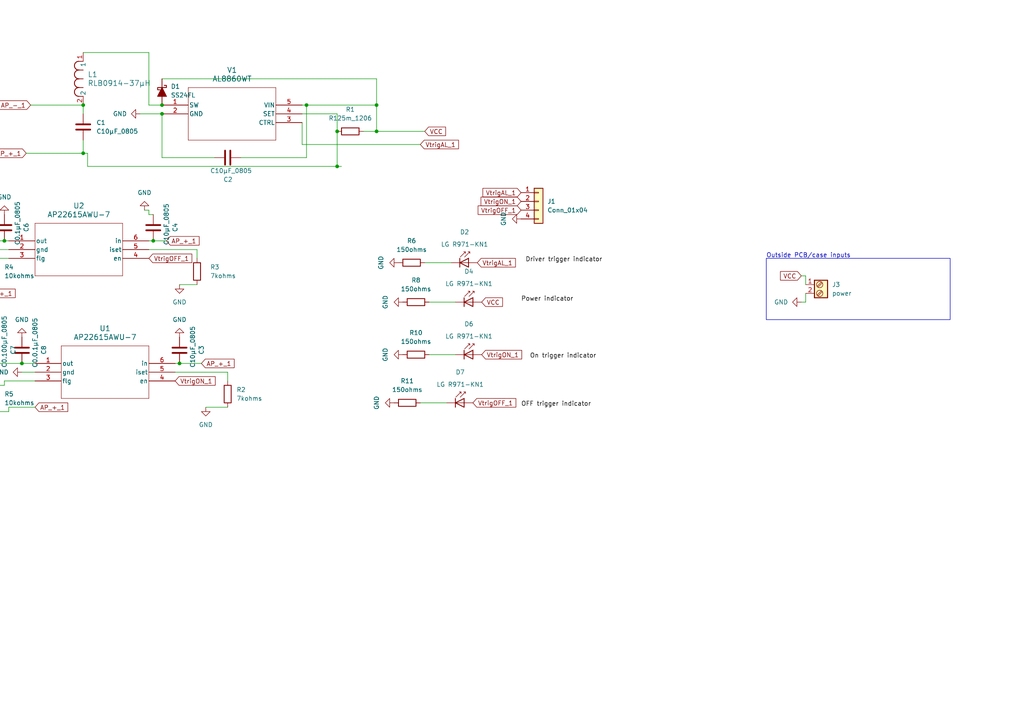
<source format=kicad_sch>
(kicad_sch (version 20230121) (generator eeschema)
  (paper "A4")
  (lib_symbols
    (symbol "2024-01-15_21-54-42:AL8860WT-7" (pin_names (offset 0.254))
      (property "Reference" "U" (at 20.32 10.16 0))
      (property "Value" "AL8860WT-7" (at 20.32 7.62 0))
      (symbol "AL8860WT-7_0_1"
        (polyline (pts (xy 7.62 -10.16) (xy 33.02 -10.16)) (stroke (width 0.127)))
        (polyline (pts (xy 7.62 5.08) (xy 7.62 -10.16)) (stroke (width 0.127)))
        (polyline (pts (xy 33.02 -10.16) (xy 33.02 5.08)) (stroke (width 0.127)))
        (polyline (pts (xy 33.02 5.08) (xy 7.62 5.08)) (stroke (width 0.127)))
        (pin output line (at 0 0 0) (length 7.62) (name "SW") (number "1"))
        (pin power_out line (at 0 -2.54 0) (length 7.62) (name "GND") (number "2"))
        (pin bidirectional line (at 40.64 -5.08 180) (length 7.62) (name "CTRL") (number "3"))
        (pin unspecified line (at 40.64 -2.54 180) (length 7.62) (name "SET") (number "4"))
        (pin power_in line (at 40.64 0 180) (length 7.62) (name "VIN") (number "5"))
      )
    )
    (symbol "2024-10-02_18-40-03:527460871" (pin_names (offset 0.254))
      (property "Reference" "J" (at 8.89 6.35 0))
      (property "Value" "527460871" (at 0 0 0))
      (symbol "527460871_1_1"
        (polyline (pts (xy 5.08 -25.4) (xy 12.7 -25.4)) (stroke (width 0.127)))
        (polyline (pts (xy 5.08 2.54) (xy 5.08 -25.4)) (stroke (width 0.127)))
        (polyline (pts (xy 10.16 -22.86) (xy 5.08 -22.86)) (stroke (width 0.127)))
        (polyline (pts (xy 10.16 -22.86) (xy 8.89 -23.7067)) (stroke (width 0.127)))
        (polyline (pts (xy 10.16 -22.86) (xy 8.89 -22.0133)) (stroke (width 0.127)))
        (polyline (pts (xy 10.16 -20.32) (xy 5.08 -20.32)) (stroke (width 0.127)))
        (polyline (pts (xy 10.16 -20.32) (xy 8.89 -21.1667)) (stroke (width 0.127)))
        (polyline (pts (xy 10.16 -20.32) (xy 8.89 -19.4733)) (stroke (width 0.127)))
        (polyline (pts (xy 10.16 -17.78) (xy 5.08 -17.78)) (stroke (width 0.127)))
        (polyline (pts (xy 10.16 -17.78) (xy 8.89 -18.6267)) (stroke (width 0.127)))
        (polyline (pts (xy 10.16 -17.78) (xy 8.89 -16.9333)) (stroke (width 0.127)))
        (polyline (pts (xy 10.16 -15.24) (xy 5.08 -15.24)) (stroke (width 0.127)))
        (polyline (pts (xy 10.16 -15.24) (xy 8.89 -16.0867)) (stroke (width 0.127)))
        (polyline (pts (xy 10.16 -15.24) (xy 8.89 -14.3933)) (stroke (width 0.127)))
        (polyline (pts (xy 10.16 -12.7) (xy 5.08 -12.7)) (stroke (width 0.127)))
        (polyline (pts (xy 10.16 -12.7) (xy 8.89 -13.5467)) (stroke (width 0.127)))
        (polyline (pts (xy 10.16 -12.7) (xy 8.89 -11.8533)) (stroke (width 0.127)))
        (polyline (pts (xy 10.16 -10.16) (xy 5.08 -10.16)) (stroke (width 0.127)))
        (polyline (pts (xy 10.16 -10.16) (xy 8.89 -11.0067)) (stroke (width 0.127)))
        (polyline (pts (xy 10.16 -10.16) (xy 8.89 -9.3133)) (stroke (width 0.127)))
        (polyline (pts (xy 10.16 -7.62) (xy 5.08 -7.62)) (stroke (width 0.127)))
        (polyline (pts (xy 10.16 -7.62) (xy 8.89 -8.4667)) (stroke (width 0.127)))
        (polyline (pts (xy 10.16 -7.62) (xy 8.89 -6.7733)) (stroke (width 0.127)))
        (polyline (pts (xy 10.16 -5.08) (xy 5.08 -5.08)) (stroke (width 0.127)))
        (polyline (pts (xy 10.16 -5.08) (xy 8.89 -5.9267)) (stroke (width 0.127)))
        (polyline (pts (xy 10.16 -5.08) (xy 8.89 -4.2333)) (stroke (width 0.127)))
        (polyline (pts (xy 10.16 -2.54) (xy 5.08 -2.54)) (stroke (width 0.127)))
        (polyline (pts (xy 10.16 -2.54) (xy 8.89 -3.3867)) (stroke (width 0.127)))
        (polyline (pts (xy 10.16 -2.54) (xy 8.89 -1.6933)) (stroke (width 0.127)))
        (polyline (pts (xy 10.16 0) (xy 5.08 0)) (stroke (width 0.127)))
        (polyline (pts (xy 10.16 0) (xy 8.89 -0.8467)) (stroke (width 0.127)))
        (polyline (pts (xy 10.16 0) (xy 8.89 0.8467)) (stroke (width 0.127)))
        (polyline (pts (xy 12.7 -25.4) (xy 12.7 2.54)) (stroke (width 0.127)))
        (polyline (pts (xy 12.7 2.54) (xy 5.08 2.54)) (stroke (width 0.127)))
        (pin unspecified line (at 0 0 0) (length 5.08) (name "1") (number "1"))
        (pin unspecified line (at 0 -2.54 0) (length 5.08) (name "2") (number "2"))
        (pin unspecified line (at 0 -5.08 0) (length 5.08) (name "3") (number "3"))
        (pin unspecified line (at 0 -7.62 0) (length 5.08) (name "4") (number "4"))
        (pin unspecified line (at 0 -10.16 0) (length 5.08) (name "5") (number "5"))
        (pin unspecified line (at 0 -12.7 0) (length 5.08) (name "6") (number "6"))
        (pin unspecified line (at 0 -15.24 0) (length 5.08) (name "7") (number "7"))
        (pin unspecified line (at 0 -17.78 0) (length 5.08) (name "8") (number "8"))
        (pin unspecified line (at 0 -20.32 0) (length 5.08) (name "P1") (number "P1"))
        (pin unspecified line (at 0 -22.86 0) (length 5.08) (name "P2") (number "P2"))
      )
      (symbol "527460871_1_2"
        (polyline (pts (xy 5.08 -25.4) (xy 12.7 -25.4)) (stroke (width 0.127)))
        (polyline (pts (xy 5.08 2.54) (xy 5.08 -25.4)) (stroke (width 0.127)))
        (polyline (pts (xy 7.62 -22.86) (xy 5.08 -22.86)) (stroke (width 0.127)))
        (polyline (pts (xy 7.62 -22.86) (xy 8.89 -23.7067)) (stroke (width 0.127)))
        (polyline (pts (xy 7.62 -22.86) (xy 8.89 -22.0133)) (stroke (width 0.127)))
        (polyline (pts (xy 7.62 -20.32) (xy 5.08 -20.32)) (stroke (width 0.127)))
        (polyline (pts (xy 7.62 -20.32) (xy 8.89 -21.1667)) (stroke (width 0.127)))
        (polyline (pts (xy 7.62 -20.32) (xy 8.89 -19.4733)) (stroke (width 0.127)))
        (polyline (pts (xy 7.62 -17.78) (xy 5.08 -17.78)) (stroke (width 0.127)))
        (polyline (pts (xy 7.62 -17.78) (xy 8.89 -18.6267)) (stroke (width 0.127)))
        (polyline (pts (xy 7.62 -17.78) (xy 8.89 -16.9333)) (stroke (width 0.127)))
        (polyline (pts (xy 7.62 -15.24) (xy 5.08 -15.24)) (stroke (width 0.127)))
        (polyline (pts (xy 7.62 -15.24) (xy 8.89 -16.0867)) (stroke (width 0.127)))
        (polyline (pts (xy 7.62 -15.24) (xy 8.89 -14.3933)) (stroke (width 0.127)))
        (polyline (pts (xy 7.62 -12.7) (xy 5.08 -12.7)) (stroke (width 0.127)))
        (polyline (pts (xy 7.62 -12.7) (xy 8.89 -13.5467)) (stroke (width 0.127)))
        (polyline (pts (xy 7.62 -12.7) (xy 8.89 -11.8533)) (stroke (width 0.127)))
        (polyline (pts (xy 7.62 -10.16) (xy 5.08 -10.16)) (stroke (width 0.127)))
        (polyline (pts (xy 7.62 -10.16) (xy 8.89 -11.0067)) (stroke (width 0.127)))
        (polyline (pts (xy 7.62 -10.16) (xy 8.89 -9.3133)) (stroke (width 0.127)))
        (polyline (pts (xy 7.62 -7.62) (xy 5.08 -7.62)) (stroke (width 0.127)))
        (polyline (pts (xy 7.62 -7.62) (xy 8.89 -8.4667)) (stroke (width 0.127)))
        (polyline (pts (xy 7.62 -7.62) (xy 8.89 -6.7733)) (stroke (width 0.127)))
        (polyline (pts (xy 7.62 -5.08) (xy 5.08 -5.08)) (stroke (width 0.127)))
        (polyline (pts (xy 7.62 -5.08) (xy 8.89 -5.9267)) (stroke (width 0.127)))
        (polyline (pts (xy 7.62 -5.08) (xy 8.89 -4.2333)) (stroke (width 0.127)))
        (polyline (pts (xy 7.62 -2.54) (xy 5.08 -2.54)) (stroke (width 0.127)))
        (polyline (pts (xy 7.62 -2.54) (xy 8.89 -3.3867)) (stroke (width 0.127)))
        (polyline (pts (xy 7.62 -2.54) (xy 8.89 -1.6933)) (stroke (width 0.127)))
        (polyline (pts (xy 7.62 0) (xy 5.08 0)) (stroke (width 0.127)))
        (polyline (pts (xy 7.62 0) (xy 8.89 -0.8467)) (stroke (width 0.127)))
        (polyline (pts (xy 7.62 0) (xy 8.89 0.8467)) (stroke (width 0.127)))
        (polyline (pts (xy 12.7 -25.4) (xy 12.7 2.54)) (stroke (width 0.127)))
        (polyline (pts (xy 12.7 2.54) (xy 5.08 2.54)) (stroke (width 0.127)))
        (pin unspecified line (at 0 0 0) (length 5.08) (name "1") (number "1"))
        (pin unspecified line (at 0 -2.54 0) (length 5.08) (name "2") (number "2"))
        (pin unspecified line (at 0 -5.08 0) (length 5.08) (name "3") (number "3"))
        (pin unspecified line (at 0 -7.62 0) (length 5.08) (name "4") (number "4"))
        (pin unspecified line (at 0 -10.16 0) (length 5.08) (name "5") (number "5"))
        (pin unspecified line (at 0 -12.7 0) (length 5.08) (name "6") (number "6"))
        (pin unspecified line (at 0 -15.24 0) (length 5.08) (name "7") (number "7"))
        (pin unspecified line (at 0 -17.78 0) (length 5.08) (name "8") (number "8"))
        (pin unspecified line (at 0 -20.32 0) (length 5.08) (name "P1") (number "P1"))
        (pin unspecified line (at 0 -22.86 0) (length 5.08) (name "P2") (number "P2"))
      )
    )
    (symbol "Connector_Generic:Conn_01x04" (pin_names (offset 1.016) hide)
      (property "Reference" "J" (at 0 5.08 0))
      (property "Value" "Conn_01x04" (at 0 -7.62 0))
      (symbol "Conn_01x04_1_1"
        (rectangle (start -1.27 -4.953) (end 0 -5.207) (stroke (width 0.1524)))
        (rectangle (start -1.27 -2.413) (end 0 -2.667) (stroke (width 0.1524)))
        (rectangle (start -1.27 0.127) (end 0 -0.127) (stroke (width 0.1524)))
        (rectangle (start -1.27 2.667) (end 0 2.413) (stroke (width 0.1524)))
        (rectangle (start -1.27 3.81) (end 1.27 -6.35) (stroke (width 0.254)) (fill (type background)))
        (pin passive line (at -5.08 2.54 0) (length 3.81) (name "Pin_1") (number "1"))
        (pin passive line (at -5.08 0 0) (length 3.81) (name "Pin_2") (number "2"))
        (pin passive line (at -5.08 -2.54 0) (length 3.81) (name "Pin_3") (number "3"))
        (pin passive line (at -5.08 -5.08 0) (length 3.81) (name "Pin_4") (number "4"))
      )
    )
    (symbol "Connector_Generic:Conn_01x08" (pin_names (offset 1.016) hide)
      (property "Reference" "J" (at 0 10.16 0))
      (property "Value" "Conn_01x08" (at 0 -12.7 0))
      (symbol "Conn_01x08_1_1"
        (rectangle (start -1.27 -10.033) (end 0 -10.287) (stroke (width 0.1524)))
        (rectangle (start -1.27 -7.493) (end 0 -7.747) (stroke (width 0.1524)))
        (rectangle (start -1.27 -4.953) (end 0 -5.207) (stroke (width 0.1524)))
        (rectangle (start -1.27 -2.413) (end 0 -2.667) (stroke (width 0.1524)))
        (rectangle (start -1.27 0.127) (end 0 -0.127) (stroke (width 0.1524)))
        (rectangle (start -1.27 2.667) (end 0 2.413) (stroke (width 0.1524)))
        (rectangle (start -1.27 5.207) (end 0 4.953) (stroke (width 0.1524)))
        (rectangle (start -1.27 7.747) (end 0 7.493) (stroke (width 0.1524)))
        (rectangle (start -1.27 8.89) (end 1.27 -11.43) (stroke (width 0.254)) (fill (type background)))
        (pin passive line (at -5.08 7.62 0) (length 3.81) (name "Pin_1") (number "1"))
        (pin passive line (at -5.08 5.08 0) (length 3.81) (name "Pin_2") (number "2"))
        (pin passive line (at -5.08 2.54 0) (length 3.81) (name "Pin_3") (number "3"))
        (pin passive line (at -5.08 0 0) (length 3.81) (name "Pin_4") (number "4"))
        (pin passive line (at -5.08 -2.54 0) (length 3.81) (name "Pin_5") (number "5"))
        (pin passive line (at -5.08 -5.08 0) (length 3.81) (name "Pin_6") (number "6"))
        (pin passive line (at -5.08 -7.62 0) (length 3.81) (name "Pin_7") (number "7"))
        (pin passive line (at -5.08 -10.16 0) (length 3.81) (name "Pin_8") (number "8"))
      )
    )
    (symbol "LED:TSAL4400" (pin_numbers hide) (pin_names (offset 1.016) hide)
      (property "Reference" "D" (at 0.508 1.778 0))
      (property "Value" "TSAL4400" (at -1.016 -2.794 0))
      (symbol "TSAL4400_0_1"
        (polyline (pts (xy -2.54 1.27) (xy -2.54 -1.27)) (stroke (width 0.254)))
        (polyline (pts (xy 0 0) (xy -2.54 0)))
        (polyline (pts (xy 0.381 3.175) (xy -0.127 3.175)))
        (polyline (pts (xy -1.143 1.651) (xy 0.381 3.175) (xy 0.381 2.667)))
        (polyline (pts (xy 0 1.27) (xy -2.54 0) (xy 0 -1.27) (xy 0 1.27)) (stroke (width 0.254)))
        (polyline (pts (xy -2.413 1.651) (xy -0.889 3.175) (xy -0.889 2.667) (xy -0.889 3.175) (xy -1.397 3.175)))
      )
      (symbol "TSAL4400_1_1"
        (pin passive line (at -5.08 0 0) (length 2.54) (name "K") (number "1"))
        (pin passive line (at 2.54 0 180) (length 2.54) (name "A") (number "2"))
      )
    )
    (symbol "PCM_Capacitor_AKL:C_0805" (pin_numbers hide) (pin_names (offset 0.254))
      (property "Reference" "C" (at 0.635 2.54 0))
      (property "Value" "C_0805" (at 0.635 -2.54 0))
      (symbol "C_0805_0_1"
        (polyline (pts (xy -2.032 -0.762) (xy 2.032 -0.762)) (stroke (width 0.508)))
        (polyline (pts (xy -2.032 0.762) (xy 2.032 0.762)) (stroke (width 0.508)))
      )
      (symbol "C_0805_1_1"
        (pin passive line (at 0 3.81 270) (length 2.794) (name "~") (number "1"))
        (pin passive line (at 0 -3.81 90) (length 2.794) (name "~") (number "2"))
      )
    )
    (symbol "PCM_Diode_Schottky_AKL:SS24FL" (pin_numbers hide) (pin_names (offset 1.016) hide)
      (property "Reference" "D" (at 0 5.08 0))
      (property "Value" "SS24FL" (at 0 2.54 0))
      (symbol "SS24FL_0_1"
        (polyline (pts (xy -1.27 0) (xy 1.27 0)))
        (polyline (pts (xy -1.27 -1.27) (xy -1.27 1.27) (xy 1.27 0) (xy -1.27 -1.27)) (stroke (width 0.254)) (fill (type outline)))
        (polyline (pts (xy 1.905 -0.635) (xy 1.905 -1.27) (xy 1.27 -1.27) (xy 1.27 1.27) (xy 0.635 1.27) (xy 0.635 0.635)) (stroke (width 0.254)))
      )
      (symbol "SS24FL_1_1"
        (pin passive line (at 3.81 0 180) (length 2.54) (name "K") (number "1"))
        (pin passive line (at -3.81 0 0) (length 2.54) (name "A") (number "2"))
      )
    )
    (symbol "PCM_Resistor_AKL:R_1206" (pin_numbers hide) (pin_names (offset 0))
      (property "Reference" "R" (at 2.54 1.27 0))
      (property "Value" "R_1206" (at 2.54 -1.27 0))
      (symbol "R_1206_0_1"
        (rectangle (start -1.016 -2.54) (end 1.016 2.54) (stroke (width 0.254)))
      )
      (symbol "R_1206_1_1"
        (pin passive line (at 0 3.81 270) (length 1.27) (name "~") (number "1"))
        (pin passive line (at 0 -3.81 90) (length 1.27) (name "~") (number "2"))
      )
    )
    (symbol "PCM_SL_Screw_Terminal:Screw_Terminal_2_P5.00mm"
      (property "Reference" "J" (at 0 3.81 0))
      (property "Value" "Screw_Terminal_2_P5.00mm" (at 0 -3.81 0))
      (symbol "Screw_Terminal_2_P5.00mm_0_1"
        (rectangle (start -1.27 2.54) (end 2.54 -2.54) (stroke (width 0.3)) (fill (type background)))
        (polyline (pts (xy -0.254 -2.032) (xy 1.016 -0.762)))
        (polyline (pts (xy -0.254 0.508) (xy 1.016 1.778)))
        (polyline (pts (xy 0 -1.27) (xy -0.508 -1.778) (xy 0.762 -0.508)))
        (polyline (pts (xy 0 1.27) (xy -0.508 0.762) (xy 0.762 2.032)))
        (circle (center 0.254 -1.27) (radius 0.9158))
        (circle (center 0.254 1.27) (radius 0.9158))
      )
      (symbol "Screw_Terminal_2_P5.00mm_1_1"
        (pin passive line (at -3.81 1.27 0) (length 2.54) (name "") (number "1"))
        (pin passive line (at -3.81 -1.27 0) (length 2.54) (name "") (number "2"))
      )
    )
    (symbol "Powerswitch:AP22615AWU-7" (pin_names (offset 0.254))
      (property "Reference" "U" (at 20.32 10.16 0))
      (property "Value" "AP22615AWU-7" (at 20.32 7.62 0))
      (symbol "AP22615AWU-7_0_1"
        (polyline (pts (xy 7.62 -10.16) (xy 33.02 -10.16)) (stroke (width 0.127)))
        (polyline (pts (xy 7.62 5.08) (xy 7.62 -10.16)) (stroke (width 0.127)))
        (polyline (pts (xy 33.02 -10.16) (xy 33.02 5.08)) (stroke (width 0.127)))
        (polyline (pts (xy 33.02 5.08) (xy 7.62 5.08)) (stroke (width 0.127)))
        (pin output line (at 0 0 0) (length 7.62) (name "out") (number "1"))
        (pin power_out line (at 0 -2.54 0) (length 7.62) (name "gnd") (number "2"))
        (pin unspecified line (at 0 -5.08 0) (length 7.62) (name "flg") (number "3"))
        (pin input line (at 40.64 -5.08 180) (length 7.62) (name "en") (number "4"))
        (pin unspecified line (at 40.64 -2.54 180) (length 7.62) (name "iset") (number "5"))
        (pin input line (at 40.64 0 180) (length 7.62) (name "in") (number "6"))
      )
    )
    (symbol "RBL:RLB0914-220KL" (pin_names (offset 0.254))
      (property "Reference" "L" (at 6.985 5.08 0))
      (property "Value" "RLB0914-220KL" (at 6.985 -2.54 0))
      (symbol "RLB0914-220KL_1_1"
        (polyline (pts (xy 2.54 0) (xy 2.54 1.27)) (stroke (width 0.2032)))
        (polyline (pts (xy 5.08 0) (xy 5.08 1.27)) (stroke (width 0.2032)))
        (polyline (pts (xy 7.62 0) (xy 7.62 1.27)) (stroke (width 0.2032)))
        (polyline (pts (xy 10.16 0) (xy 10.16 1.27)) (stroke (width 0.2032)))
        (polyline (pts (xy 12.7 0) (xy 12.7 1.27)) (stroke (width 0.2032)))
        (arc (start 5.08 1.27) (mid 3.81 2.5345) (end 2.54 1.27) (stroke (width 0.254)))
        (arc (start 7.62 1.27) (mid 6.35 2.5345) (end 5.08 1.27) (stroke (width 0.254)))
        (arc (start 10.16 1.27) (mid 8.89 2.5345) (end 7.62 1.27) (stroke (width 0.254)))
        (arc (start 12.7 1.27) (mid 11.43 2.5345) (end 10.16 1.27) (stroke (width 0.254)))
        (pin unspecified line (at 15.24 0 180) (length 2.54) (name "1") (number "1"))
        (pin unspecified line (at 0 0 0) (length 2.54) (name "2") (number "2"))
      )
      (symbol "RLB0914-220KL_1_2"
        (arc (start -1.27 5.08) (mid -2.5345 3.81) (end -1.27 2.54) (stroke (width 0.254)))
        (arc (start -1.27 7.62) (mid -2.5345 6.35) (end -1.27 5.08) (stroke (width 0.254)))
        (arc (start -1.27 10.16) (mid -2.5345 8.89) (end -1.27 7.62) (stroke (width 0.254)))
        (arc (start -1.27 12.7) (mid -2.5345 11.43) (end -1.27 10.16) (stroke (width 0.254)))
        (polyline (pts (xy 0 2.54) (xy -1.27 2.54)) (stroke (width 0.2032)))
        (polyline (pts (xy 0 5.08) (xy -1.27 5.08)) (stroke (width 0.2032)))
        (polyline (pts (xy 0 7.62) (xy -1.27 7.62)) (stroke (width 0.2032)))
        (polyline (pts (xy 0 10.16) (xy -1.27 10.16)) (stroke (width 0.2032)))
        (polyline (pts (xy 0 12.7) (xy -1.27 12.7)) (stroke (width 0.2032)))
        (pin unspecified line (at 0 15.24 270) (length 2.54) (name "1") (number "1"))
        (pin unspecified line (at 0 0 90) (length 2.54) (name "2") (number "2"))
      )
    )
    (symbol "power:GND" (power) (pin_names (offset 0))
      (property "Value" "GND" (at 0 -3.81 0))
      (symbol "GND_0_1"
        (polyline (pts (xy 0 0) (xy 0 -1.27) (xy 1.27 -1.27) (xy 0 -2.54) (xy -1.27 -1.27) (xy 0 -1.27)))
      )
      (symbol "GND_1_1"
        (pin power_in line (at 0 0 270) (length 0) hide (name "GND") (number "1"))
      )
    )
  )
  (junction (at 1.27 69.85))
  (junction (at -2.54 105.41))
  (junction (at -45.72 57.15))
  (junction (at -45.72 49.53))
  (junction (at 52.07 105.41))
  (junction (at 24.13 44.45))
  (junction (at -45.72 64.77))
  (junction (at -45.72 59.69))
  (junction (at 6.35 105.41))
  (junction (at -45.72 52.07))
  (junction (at -45.72 62.23))
  (junction (at 46.99 33.02))
  (junction (at 109.22 38.1))
  (junction (at 24.13 30.48))
  (junction (at 97.79 48.26))
  (junction (at 44.45 69.85))
  (junction (at 88.9 30.48))
  (junction (at 46.99 30.48))
  (junction (at 109.22 30.48))
  (junction (at -45.72 54.61))
  (junction (at 97.79 38.1))
  (junction (at -7.62 69.85))
  (wire (pts (xy 58.42 105.41) (xy 52.07 105.41)))
  (wire (pts (xy -2.54 105.41) (xy 6.35 105.41)))
  (wire (pts (xy 88.9 30.48) (xy 109.22 30.48)))
  (wire (pts (xy 99.06 48.26) (xy 97.79 48.26)))
  (wire (pts (xy 25.4 44.45) (xy 24.13 44.45)))
  (wire (pts (xy 109.22 22.86) (xy 109.22 30.48)))
  (wire (pts (xy -45.72 52.07) (xy -45.72 49.53)))
  (wire (pts (xy 109.22 38.1) (xy 123.19 38.1)))
  (wire (pts (xy -1.27 119.38) (xy 2.54 119.38)))
  (wire (pts (xy -7.62 105.41) (xy -2.54 105.41)))
  (wire (pts (xy -45.72 64.77) (xy -45.72 62.23)))
  (wire (pts (xy 43.18 30.48) (xy 46.99 30.48)))
  (wire (pts (xy 121.92 41.91) (xy 87.63 41.91)))
  (wire (pts (xy 124.46 102.87) (xy 132.08 102.87)))
  (wire (pts (xy 109.22 30.48) (xy 109.22 38.1)))
  (wire (pts (xy 24.13 33.02) (xy 24.13 30.48)))
  (wire (pts (xy 24.13 15.24) (xy 43.18 15.24)))
  (wire (pts (xy 87.63 30.48) (xy 88.9 30.48)))
  (wire (pts (xy -45.72 67.31) (xy -45.72 64.77)))
  (wire (pts (xy 7.62 44.45) (xy 24.13 44.45)))
  (wire (pts (xy 69.85 45.72) (xy 88.9 45.72)))
  (wire (pts (xy 66.04 107.95) (xy 66.04 110.49)))
  (wire (pts (xy 97.79 48.26) (xy 97.79 38.1)))
  (wire (pts (xy 24.13 40.64) (xy 24.13 44.45)))
  (wire (pts (xy 1.27 69.85) (xy 2.54 69.85)))
  (wire (pts (xy 87.63 41.91) (xy 87.63 35.56)))
  (wire (pts (xy 233.68 85.09) (xy 233.68 87.63)))
  (wire (pts (xy 57.15 72.39) (xy 57.15 74.93)))
  (wire (pts (xy -45.72 49.53) (xy -45.72 46.99)))
  (wire (pts (xy 124.46 87.63) (xy 132.08 87.63)))
  (wire (pts (xy 25.4 48.26) (xy 25.4 44.45)))
  (wire (pts (xy 123.19 76.2) (xy 130.81 76.2)))
  (wire (pts (xy 232.41 80.01) (xy 233.68 80.01)))
  (wire (pts (xy -1.27 74.93) (xy 2.54 74.93)))
  (wire (pts (xy 25.4 48.26) (xy 97.79 48.26)))
  (wire (pts (xy 44.45 62.23) (xy 43.18 62.23)))
  (wire (pts (xy -1.27 111.76) (xy 1.27 111.76)))
  (wire (pts (xy 232.41 87.63) (xy 233.68 87.63)))
  (wire (pts (xy 97.79 33.02) (xy 87.63 33.02)))
  (wire (pts (xy -1.27 72.39) (xy 2.54 72.39)))
  (wire (pts (xy 233.68 80.01) (xy 233.68 82.55)))
  (wire (pts (xy 2.54 119.38) (xy 2.54 118.11)))
  (wire (pts (xy 52.07 105.41) (xy 50.8 105.41)))
  (wire (pts (xy 44.45 69.85) (xy 43.18 69.85)))
  (wire (pts (xy 6.35 105.41) (xy 10.16 105.41)))
  (wire (pts (xy 97.79 38.1) (xy 97.79 33.02)))
  (wire (pts (xy 46.99 45.72) (xy 62.23 45.72)))
  (wire (pts (xy 6.35 107.95) (xy 10.16 107.95)))
  (wire (pts (xy 57.15 82.55) (xy 52.07 82.55)))
  (wire (pts (xy 1.27 111.76) (xy 1.27 110.49)))
  (wire (pts (xy -7.62 69.85) (xy 1.27 69.85)))
  (wire (pts (xy 46.99 22.86) (xy 109.22 22.86)))
  (wire (pts (xy 48.26 69.85) (xy 44.45 69.85)))
  (wire (pts (xy 50.8 107.95) (xy 66.04 107.95)))
  (wire (pts (xy 8.89 30.48) (xy 24.13 30.48)))
  (wire (pts (xy 1.27 110.49) (xy 10.16 110.49)))
  (wire (pts (xy -45.72 57.15) (xy -45.72 54.61)))
  (wire (pts (xy 43.18 60.96) (xy 41.91 60.96)))
  (wire (pts (xy 121.92 116.84) (xy 129.54 116.84)))
  (wire (pts (xy 2.54 118.11) (xy 10.16 118.11)))
  (wire (pts (xy 43.18 62.23) (xy 43.18 60.96)))
  (wire (pts (xy 43.18 15.24) (xy 43.18 30.48)))
  (wire (pts (xy -10.16 69.85) (xy -7.62 69.85)))
  (wire (pts (xy 46.99 33.02) (xy 46.99 45.72)))
  (wire (pts (xy 40.64 33.02) (xy 46.99 33.02)))
  (wire (pts (xy 105.41 38.1) (xy 109.22 38.1)))
  (wire (pts (xy -5.08 82.55) (xy -1.27 82.55)))
  (wire (pts (xy -45.72 54.61) (xy -45.72 52.07)))
  (wire (pts (xy -45.72 59.69) (xy -45.72 57.15)))
  (wire (pts (xy 66.04 118.11) (xy 59.69 118.11)))
  (wire (pts (xy 43.18 72.39) (xy 57.15 72.39)))
  (wire (pts (xy 88.9 45.72) (xy 88.9 30.48)))
  (wire (pts (xy -5.08 85.09) (xy -5.08 82.55)))
  (wire (pts (xy -45.72 62.23) (xy -45.72 59.69)))
  (wire (pts (xy -7.62 58.42) (xy -7.62 62.23)))
  (rectangle (start 222.25 74.93) (end 275.59 92.71))
  (text "Outside PCB/case inputs\n" (at 222.25 74.93 0) (effects (font (size 1.27 1.27)) (justify left bottom)))
  (label "Driver trigger indicator" (at 152.4 76.2 0))
  (label "OFF trigger indicator" (at 151.13 118.11 0))
  (label "On trigger indicator" (at 153.67 104.14 0))
  (label "Power indicator" (at 151.13 87.63 0))
  (global_label "load_on_1" (shape input) (at -45.72 64.77 0) (property "Intersheetrefs" "${INTERSHEET_REFS}" (effects hide)))
  (global_label "VCC" (shape input) (at 232.41 80.01 180) (property "Intersheetrefs" "${INTERSHEET_REFS}" (effects hide)))
  (global_label "load_on_1" (shape input) (at -62.23 17.78 180) (property "Intersheetrefs" "${INTERSHEET_REFS}" (effects hide)))
  (global_label "load_off_1" (shape input) (at -45.72 62.23 0) (property "Intersheetrefs" "${INTERSHEET_REFS}" (effects hide)))
  (global_label "load_off_1" (shape input) (at -45.72 59.69 0) (property "Intersheetrefs" "${INTERSHEET_REFS}" (effects hide)))
  (global_label "VtrigON_1" (shape input) (at 151.13 58.42 180) (property "Intersheetrefs" "${INTERSHEET_REFS}" (effects hide)))
  (global_label "AP_-_1" (shape input) (at -36.83 27.94 180) (property "Intersheetrefs" "${INTERSHEET_REFS}" (effects hide)))
  (global_label "AP_-_1" (shape input) (at -45.72 49.53 0) (property "Intersheetrefs" "${INTERSHEET_REFS}" (effects hide)))
  (global_label "VtrigOFF_1" (shape input) (at 43.18 74.93 0) (property "Intersheetrefs" "${INTERSHEET_REFS}" (effects hide)))
  (global_label "VtrigOFF_1" (shape input) (at 151.13 60.96 180) (property "Intersheetrefs" "${INTERSHEET_REFS}" (effects hide)))
  (global_label "VtrigOFF_1" (shape input) (at 137.16 116.84 0) (property "Intersheetrefs" "${INTERSHEET_REFS}" (effects hide)))
  (global_label "AP_-_1" (shape input) (at -62.23 27.94 180) (property "Intersheetrefs" "${INTERSHEET_REFS}" (effects hide)))
  (global_label "AP_-_1" (shape input) (at -62.23 30.48 180) (property "Intersheetrefs" "${INTERSHEET_REFS}" (effects hide)))
  (global_label "load_off_1" (shape input) (at -10.16 69.85 180) (property "Intersheetrefs" "${INTERSHEET_REFS}" (effects hide)))
  (global_label "load_off_1" (shape input) (at -36.83 22.86 180) (property "Intersheetrefs" "${INTERSHEET_REFS}" (effects hide)))
  (global_label "VtrigON_1" (shape input) (at 50.8 110.49 0) (property "Intersheetrefs" "${INTERSHEET_REFS}" (effects hide)))
  (global_label "AP_+_1" (shape input) (at 7.62 44.45 180) (property "Intersheetrefs" "${INTERSHEET_REFS}" (effects hide)))
  (global_label "load_on_1" (shape input) (at -62.23 20.32 180) (property "Intersheetrefs" "${INTERSHEET_REFS}" (effects hide)))
  (global_label "load_off_1" (shape input) (at -36.83 25.4 180) (property "Intersheetrefs" "${INTERSHEET_REFS}" (effects hide)))
  (global_label "VCC" (shape input) (at 139.7 87.63 0) (property "Intersheetrefs" "${INTERSHEET_REFS}" (effects hide)))
  (global_label "AP_+_1" (shape input) (at 58.42 105.41 0) (property "Intersheetrefs" "${INTERSHEET_REFS}" (effects hide)))
  (global_label "load_off_1" (shape input) (at -62.23 25.4 180) (property "Intersheetrefs" "${INTERSHEET_REFS}" (effects hide)))
  (global_label "VtrigAL_1" (shape input) (at 121.92 41.91 0) (property "Intersheetrefs" "${INTERSHEET_REFS}" (effects hide)))
  (global_label "load_on_1" (shape input) (at -45.72 67.31 0) (property "Intersheetrefs" "${INTERSHEET_REFS}" (effects hide)))
  (global_label "AP_-_1" (shape input) (at -45.72 57.15 0) (property "Intersheetrefs" "${INTERSHEET_REFS}" (effects hide)))
  (global_label "AP_-_1" (shape input) (at -45.72 52.07 0) (property "Intersheetrefs" "${INTERSHEET_REFS}" (effects hide)))
  (global_label "AP_-_1" (shape input) (at -45.72 54.61 0) (property "Intersheetrefs" "${INTERSHEET_REFS}" (effects hide)))
  (global_label "AP_+_1" (shape input) (at 48.26 69.85 0) (property "Intersheetrefs" "${INTERSHEET_REFS}" (effects hide)))
  (global_label "AP_-_1" (shape input) (at 8.89 30.48 180) (property "Intersheetrefs" "${INTERSHEET_REFS}" (effects hide)))
  (global_label "AP_-_1" (shape input) (at -62.23 33.02 180) (property "Intersheetrefs" "${INTERSHEET_REFS}" (effects hide)))
  (global_label "VtrigAL_1" (shape input) (at 151.13 55.88 180) (property "Intersheetrefs" "${INTERSHEET_REFS}" (effects hide)))
  (global_label "AP_+_1" (shape input) (at -5.08 85.09 0) (property "Intersheetrefs" "${INTERSHEET_REFS}" (effects hide)))
  (global_label "load_on_1" (shape input) (at -36.83 20.32 180) (property "Intersheetrefs" "${INTERSHEET_REFS}" (effects hide)))
  (global_label "VtrigON_1" (shape input) (at 139.7 102.87 0) (property "Intersheetrefs" "${INTERSHEET_REFS}" (effects hide)))
  (global_label "VtrigAL_1" (shape input) (at 138.43 76.2 0) (property "Intersheetrefs" "${INTERSHEET_REFS}" (effects hide)))
  (global_label "load_on_1" (shape input) (at -36.83 17.78 180) (property "Intersheetrefs" "${INTERSHEET_REFS}" (effects hide)))
  (global_label "load_on_1" (shape input) (at -7.62 105.41 180) (property "Intersheetrefs" "${INTERSHEET_REFS}" (effects hide)))
  (global_label "AP_-_1" (shape input) (at -36.83 35.56 180) (property "Intersheetrefs" "${INTERSHEET_REFS}" (effects hide)))
  (global_label "load_off_1" (shape input) (at -62.23 22.86 180) (property "Intersheetrefs" "${INTERSHEET_REFS}" (effects hide)))
  (global_label "AP_-_1" (shape input) (at -36.83 33.02 180) (property "Intersheetrefs" "${INTERSHEET_REFS}" (effects hide)))
  (global_label "VCC" (shape input) (at 123.19 38.1 0) (property "Intersheetrefs" "${INTERSHEET_REFS}" (effects hide)))
  (global_label "AP_-_1" (shape input) (at -36.83 30.48 180) (property "Intersheetrefs" "${INTERSHEET_REFS}" (effects hide)))
  (global_label "AP_-_1" (shape input) (at -62.23 35.56 180) (property "Intersheetrefs" "${INTERSHEET_REFS}" (effects hide)))
  (global_label "AP_+_1" (shape input) (at 10.16 118.11 0) (property "Intersheetrefs" "${INTERSHEET_REFS}" (effects hide)))
  (symbol (lib_id "power:GND") (at 52.07 82.55 0) (unit 1)
    (property "Reference" "#PWR05" (effects hide))
    (property "Value" "GND" (at 52.07 87.63 0))
  )
  (symbol (lib_id "power:GND") (at 52.07 97.79 180) (unit 1)
    (property "Reference" "#PWR06" (effects hide))
    (property "Value" "GND" (at 52.07 92.71 0))
  )
  (symbol (lib_id "2024-10-02_18-40-03:527460871") (at -45.72 67.31 180) (unit 1)
    (property "Reference" "J4" (at -54.61 36.83 0) (effects (font (size 1.524 1.524))))
    (property "Value" "527460871" (at -54.61 39.37 0) (effects (font (size 1.524 1.524))))
    (property "Footprint" "fpc:CON_527460871_MOL" (effects hide))
    (property "Datasheet" "527460871" (effects hide))
  )
  (symbol (lib_id "power:GND") (at 1.27 62.23 180) (unit 1)
    (property "Reference" "#PWR030" (effects hide))
    (property "Value" "GND" (at 1.27 57.15 0))
  )
  (symbol (lib_id "power:GND") (at 115.57 76.2 270) (unit 1)
    (property "Reference" "#PWR010" (effects hide))
    (property "Value" "GND" (at 110.49 76.2 0))
  )
  (symbol (lib_id "PCM_Capacitor_AKL:C_0805") (at -7.62 66.04 0) (unit 1)
    (property "Reference" "C5" (at -1.27 67.31 90) (effects (justify left)))
    (property "Value" "C100µF_0805" (at -3.81 71.12 90) (effects (justify left)))
    (property "Footprint" "Capacitor_SMD:C_0805_2012Metric_Pad1.18x1.45mm_HandSolder" (effects hide))
  )
  (symbol (lib_id "PCM_Capacitor_AKL:C_0805") (at 1.27 66.04 0) (unit 1)
    (property "Reference" "C6" (at 7.62 67.31 90) (effects (justify left)))
    (property "Value" "C0.1µF_0805" (at 5.08 71.12 90) (effects (justify left)))
    (property "Footprint" "Capacitor_SMD:C_0805_2012Metric_Pad1.18x1.45mm_HandSolder" (effects hide))
  )
  (symbol (lib_id "power:GND") (at 116.84 87.63 270) (unit 1)
    (property "Reference" "#PWR013" (effects hide))
    (property "Value" "GND" (at 111.76 87.63 0))
  )
  (symbol (lib_id "PCM_Diode_Schottky_AKL:SS24FL") (at 46.99 26.67 90) (unit 1)
    (property "Reference" "D1" (at 49.53 25.0825 90) (effects (justify right)))
    (property "Value" "SS24FL" (at 49.53 27.6225 90) (effects (justify right)))
    (property "Footprint" "PCM_Diode_SMD_Handsoldering_AKL:D_SOD-123F" (effects hide))
    (property "Datasheet" "https://www.tme.eu/Document/130944bc8c3c3484a02832e8739dbb35/SS24FL_SS26FL.pdf" (effects hide))
  )
  (symbol (lib_id "PCM_Resistor_AKL:R_1206") (at 57.15 78.74 0) (unit 1)
    (property "Reference" "R3" (at 60.96 77.47 0) (effects (justify left)))
    (property "Value" "7kohms" (at 60.96 80.01 0) (effects (justify left)))
    (property "Footprint" "Resistor_SMD:R_1206_3216Metric_Pad1.30x1.75mm_HandSolder" (effects hide))
  )
  (symbol (lib_id "PCM_Resistor_AKL:R_1206") (at -1.27 115.57 0) (unit 1)
    (property "Reference" "R5" (at 1.27 114.3 0) (effects (justify left)))
    (property "Value" "10kohms" (at 1.27 116.84 0) (effects (justify left)))
    (property "Footprint" "Resistor_SMD:R_1206_3216Metric_Pad1.30x1.75mm_HandSolder" (effects hide))
  )
  (symbol (lib_id "Powerswitch:AP22615AWU-7") (at 2.54 69.85 0) (unit 1)
    (property "Reference" "U2" (at 22.86 59.69 0) (effects (font (size 1.524 1.524))))
    (property "Value" "AP22615AWU-7" (at 22.86 62.23 0) (effects (font (size 1.524 1.524))))
    (property "Footprint" "ppp:TSOT26-P7_DIO" (effects hide))
    (property "Datasheet" "AP22615AWU-7" (effects hide))
  )
  (symbol (lib_id "power:GND") (at -1.27 72.39 270) (unit 1)
    (property "Reference" "#PWR03" (effects hide))
    (property "Value" "GND" (at -5.08 72.39 90) (effects (justify right)))
  )
  (symbol (lib_id "PCM_Capacitor_AKL:C_0805") (at 6.35 101.6 0) (unit 1)
    (property "Reference" "C8" (at 12.7 102.87 90) (effects (justify left)))
    (property "Value" "C0.0.1µF_0805" (at 10.16 106.68 90) (effects (justify left)))
    (property "Footprint" "Capacitor_SMD:C_0805_2012Metric_Pad1.18x1.45mm_HandSolder" (effects hide))
  )
  (symbol (lib_id "power:GND") (at 59.69 118.11 0) (unit 1)
    (property "Reference" "#PWR04" (effects hide))
    (property "Value" "GND" (at 59.69 123.19 0))
  )
  (symbol (lib_id "power:GND") (at 41.91 60.96 180) (unit 1)
    (property "Reference" "#PWR07" (effects hide))
    (property "Value" "GND" (at 41.91 55.88 0))
  )
  (symbol (lib_id "Connector_Generic:Conn_01x08") (at -31.75 25.4 0) (unit 1)
    (property "Reference" "J10" (at -27.94 26.67 0) (effects (justify left)))
    (property "Value" "Conn_01x08" (effects hide))
    (property "Footprint" "Connector_PinHeader_2.54mm:PinHeader_1x08_P2.54mm_Vertical" (effects hide))
  )
  (symbol (lib_id "power:GND") (at 116.84 102.87 270) (unit 1)
    (property "Reference" "#PWR015" (effects hide))
    (property "Value" "GND" (at 111.76 102.87 0))
  )
  (symbol (lib_id "power:GND") (at 114.3 116.84 270) (unit 1)
    (property "Reference" "#PWR016" (effects hide))
    (property "Value" "GND" (at 109.22 116.84 0))
  )
  (symbol (lib_id "PCM_Resistor_AKL:R_1206") (at 101.6 38.1 90) (unit 1)
    (property "Reference" "R1" (at 101.6 31.75 90))
    (property "Value" "R125m_1206" (at 101.6 34.29 90))
    (property "Footprint" "Resistor_SMD:R_1206_3216Metric_Pad1.30x1.75mm_HandSolder" (effects hide))
  )
  (symbol (lib_id "PCM_SL_Screw_Terminal:Screw_Terminal_2_P5.00mm") (at 237.49 83.82 0) (unit 1)
    (property "Reference" "J3" (at 241.3 82.55 0) (effects (justify left)))
    (property "Value" "power" (at 241.3 85.09 0) (effects (justify left)))
    (property "Footprint" "TerminalBlock_Phoenix:TerminalBlock_Phoenix_PT-1,5-2-5.0-H_1x02_P5.00mm_Horizontal" (effects hide))
  )
  (symbol (lib_id "Powerswitch:AP22615AWU-7") (at 10.16 105.41 0) (unit 1)
    (property "Reference" "U1" (at 30.48 95.25 0) (effects (font (size 1.524 1.524))))
    (property "Value" "AP22615AWU-7" (at 30.48 97.79 0) (effects (font (size 1.524 1.524))))
    (property "Footprint" "ppp:TSOT26-P7_DIO" (effects hide))
    (property "Datasheet" "AP22615AWU-7" (effects hide))
  )
  (symbol (lib_id "PCM_Capacitor_AKL:C_0805") (at 52.07 101.6 0) (unit 1)
    (property "Reference" "C3" (at 58.42 102.87 90) (effects (justify left)))
    (property "Value" "C10µF_0805" (at 55.88 106.68 90) (effects (justify left)))
    (property "Footprint" "Capacitor_SMD:C_0805_2012Metric_Pad1.18x1.45mm_HandSolder" (effects hide))
  )
  (symbol (lib_id "power:GND") (at -7.62 58.42 180) (unit 1)
    (property "Reference" "#PWR08" (effects hide))
    (property "Value" "GND" (at -7.62 53.34 0))
  )
  (symbol (lib_id "power:GND") (at 232.41 87.63 270) (unit 1)
    (property "Reference" "#PWR011" (effects hide))
    (property "Value" "GND" (at 228.6 87.63 90) (effects (justify right)))
  )
  (symbol (lib_id "power:GND") (at 151.13 63.5 270) (unit 1)
    (property "Reference" "#PWR09" (effects hide))
    (property "Value" "GND" (at 146.05 63.5 0))
  )
  (symbol (lib_id "PCM_Capacitor_AKL:C_0805") (at 24.13 36.83 0) (unit 1)
    (property "Reference" "C1" (at 27.94 35.56 0) (effects (justify left)))
    (property "Value" "C10µF_0805" (at 27.94 38.1 0) (effects (justify left)))
    (property "Footprint" "Capacitor_SMD:C_0805_2012Metric_Pad1.18x1.45mm_HandSolder" (effects hide))
  )
  (symbol (lib_id "PCM_Resistor_AKL:R_1206") (at -1.27 78.74 0) (unit 1)
    (property "Reference" "R4" (at 1.27 77.47 0) (effects (justify left)))
    (property "Value" "10kohms" (at 1.27 80.01 0) (effects (justify left)))
    (property "Footprint" "Resistor_SMD:R_1206_3216Metric_Pad1.30x1.75mm_HandSolder" (effects hide))
  )
  (symbol (lib_id "power:GND") (at 6.35 97.79 180) (unit 1)
    (property "Reference" "#PWR032" (effects hide))
    (property "Value" "GND" (at 6.35 92.71 0))
  )
  (symbol (lib_id "power:GND") (at 6.35 107.95 270) (unit 1)
    (property "Reference" "#PWR02" (effects hide))
    (property "Value" "GND" (at 2.54 107.95 90) (effects (justify right)))
  )
  (symbol (lib_id "Connector_Generic:Conn_01x04") (at 156.21 58.42 0) (unit 1)
    (property "Reference" "J1" (at 158.75 58.42 0) (effects (justify left)))
    (property "Value" "Conn_01x04" (at 158.75 60.96 0) (effects (justify left)))
    (property "Footprint" "Connector_PinHeader_2.54mm:PinHeader_1x04_P2.54mm_Vertical" (effects hide))
  )
  (symbol (lib_id "LED:TSAL4400") (at 135.89 76.2 0) (unit 1)
    (property "Reference" "D2" (at 134.747 67.31 0))
    (property "Value" "\nLG R971-KN1" (at 134.747 69.85 0))
    (property "Footprint" "LED_SMD:LED_0805_2012Metric_Pad1.15x1.40mm_HandSolder" (effects hide))
    (property "Datasheet" "http://www.vishay.com/docs/81006/tsal4400.pdf" (effects hide))
  )
  (symbol (lib_id "PCM_Resistor_AKL:R_1206") (at 120.65 102.87 270) (unit 1)
    (property "Reference" "R10" (at 120.65 96.52 90))
    (property "Value" "150ohms" (at 120.65 99.06 90))
    (property "Footprint" "Resistor_SMD:R_1206_3216Metric_Pad1.30x1.75mm_HandSolder" (effects hide))
  )
  (symbol (lib_id "PCM_Capacitor_AKL:C_0805") (at 44.45 66.04 0) (unit 1)
    (property "Reference" "C4" (at 50.8 67.31 90) (effects (justify left)))
    (property "Value" "C10µF_0805" (at 48.26 71.12 90) (effects (justify left)))
    (property "Footprint" "Capacitor_SMD:C_0805_2012Metric_Pad1.18x1.45mm_HandSolder" (effects hide))
  )
  (symbol (lib_id "PCM_Resistor_AKL:R_1206") (at 118.11 116.84 270) (unit 1)
    (property "Reference" "R11" (at 118.11 110.49 90))
    (property "Value" "150ohms" (at 118.11 113.03 90))
    (property "Footprint" "Resistor_SMD:R_1206_3216Metric_Pad1.30x1.75mm_HandSolder" (effects hide))
  )
  (symbol (lib_id "2024-01-15_21-54-42:AL8860WT-7") (at 46.99 30.48 0) (unit 1)
    (property "Reference" "V1" (at 67.31 20.32 0) (effects (font (size 1.524 1.524))))
    (property "Value" "AL8860WT" (at 67.31 22.86 0) (effects (font (size 1.524 1.524))))
    (property "Footprint" "footprints:TSOT25_WT_DIO" (effects hide))
    (property "Datasheet" "AL8860WT-7" (effects hide))
  )
  (symbol (lib_id "PCM_Resistor_AKL:R_1206") (at 66.04 114.3 0) (unit 1)
    (property "Reference" "R2" (at 68.58 113.03 0) (effects (justify left)))
    (property "Value" "7kohms" (at 68.58 115.57 0) (effects (justify left)))
    (property "Footprint" "Resistor_SMD:R_1206_3216Metric_Pad1.30x1.75mm_HandSolder" (effects hide))
  )
  (symbol (lib_id "RBL:RLB0914-220KL") (at 24.13 30.48 90) (unit 1)
    (property "Reference" "L1" (at 25.4 21.59 90) (effects (font (size 1.524 1.524)) (justify right)))
    (property "Value" "RLB0914-37µH" (at 25.4 24.13 90) (effects (font (size 1.524 1.524)) (justify right)))
    (property "Footprint" "footprintsr:IND_BOURNS_RLB0914" (effects hide))
    (property "Datasheet" "RLB0914-220KL" (effects hide))
  )
  (symbol (lib_id "LED:TSAL4400") (at 137.16 102.87 0) (unit 1)
    (property "Reference" "D6" (at 136.017 93.98 0))
    (property "Value" "\nLG R971-KN1" (at 136.017 96.52 0))
    (property "Footprint" "LED_SMD:LED_0805_2012Metric_Pad1.15x1.40mm_HandSolder" (effects hide))
    (property "Datasheet" "http://www.vishay.com/docs/81006/tsal4400.pdf" (effects hide))
  )
  (symbol (lib_id "Connector_Generic:Conn_01x08") (at -57.15 25.4 0) (unit 1)
    (property "Reference" "J2" (at -53.34 26.67 0) (effects (justify left)))
    (property "Value" "Conn_01x08" (effects hide))
    (property "Footprint" "Connector_PinHeader_2.54mm:PinHeader_1x08_P2.54mm_Vertical" (effects hide))
  )
  (symbol (lib_id "PCM_Resistor_AKL:R_1206") (at 119.38 76.2 270) (unit 1)
    (property "Reference" "R6" (at 119.38 69.85 90))
    (property "Value" "150ohms" (at 119.38 72.39 90))
    (property "Footprint" "Resistor_SMD:R_1206_3216Metric_Pad1.30x1.75mm_HandSolder" (effects hide))
  )
  (symbol (lib_id "PCM_Capacitor_AKL:C_0805") (at -2.54 101.6 0) (unit 1)
    (property "Reference" "C7" (at 3.81 102.87 90) (effects (justify left)))
    (property "Value" "C0.100µF_0805" (at 1.27 106.68 90) (effects (justify left)))
    (property "Footprint" "Capacitor_SMD:C_0805_2012Metric_Pad1.18x1.45mm_HandSolder" (effects hide))
  )
  (symbol (lib_id "LED:TSAL4400") (at 134.62 116.84 0) (unit 1)
    (property "Reference" "D7" (at 133.477 107.95 0))
    (property "Value" "\nLG R971-KN1" (at 133.477 110.49 0))
    (property "Footprint" "LED_SMD:LED_0805_2012Metric_Pad1.15x1.40mm_HandSolder" (effects hide))
    (property "Datasheet" "http://www.vishay.com/docs/81006/tsal4400.pdf" (effects hide))
  )
  (symbol (lib_id "LED:TSAL4400") (at 137.16 87.63 0) (unit 1)
    (property "Reference" "D4" (at 136.017 78.74 0))
    (property "Value" "\nLG R971-KN1" (at 136.017 81.28 0))
    (property "Footprint" "LED_SMD:LED_0805_2012Metric_Pad1.15x1.40mm_HandSolder" (effects hide))
    (property "Datasheet" "http://www.vishay.com/docs/81006/tsal4400.pdf" (effects hide))
  )
  (symbol (lib_id "PCM_Resistor_AKL:R_1206") (at 120.65 87.63 270) (unit 1)
    (property "Reference" "R8" (at 120.65 81.28 90))
    (property "Value" "150ohms" (at 120.65 83.82 90))
    (property "Footprint" "Resistor_SMD:R_1206_3216Metric_Pad1.30x1.75mm_HandSolder" (effects hide))
  )
  (symbol (lib_id "power:GND") (at -2.54 97.79 180) (unit 1)
    (property "Reference" "#PWR031" (effects hide))
    (property "Value" "GND" (at -2.54 92.71 0))
  )
  (symbol (lib_id "PCM_Capacitor_AKL:C_0805") (at 66.04 45.72 270) (unit 1)
    (property "Reference" "C2" (at 64.77 52.07 90) (effects (justify left)))
    (property "Value" "C10µF_0805" (at 60.96 49.53 90) (effects (justify left)))
    (property "Footprint" "Capacitor_SMD:C_0805_2012Metric_Pad1.18x1.45mm_HandSolder" (effects hide))
  )
  (symbol (lib_id "power:GND") (at 40.64 33.02 270) (unit 1)
    (property "Reference" "#PWR01" (effects hide))
    (property "Value" "GND" (at 36.83 33.02 90) (effects (justify right)))
  )
)
</source>
